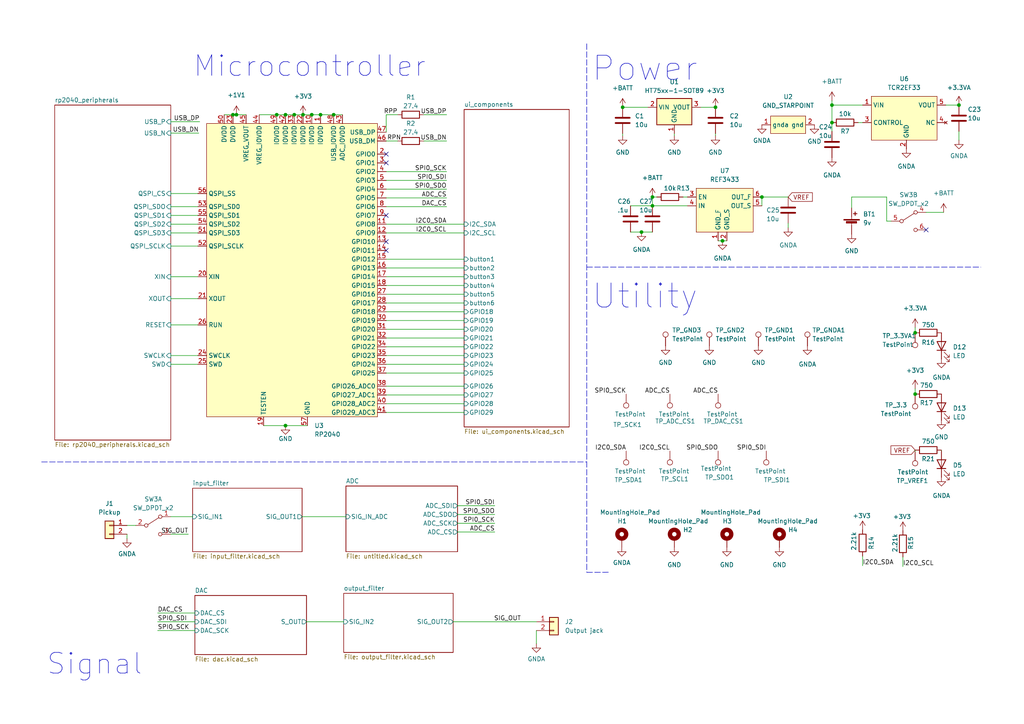
<source format=kicad_sch>
(kicad_sch (version 20211123) (generator eeschema)
  (paper "A4")
  (title_block (title "F.R.E.T. Board") (date "2023-09-27") (rev "1.00") (company "Jim Horwitz, Julia Brubach, Peter Buglewicz"))
  (lib_symbols
    (symbol "Connector:TestPoint" (pin_numbers hide) (pin_names (offset 0.762) hide)
      (property "Reference" "TP" (at 0 6.858 0))
      (property "Value" "TestPoint" (at 0 5.08 0))
      (symbol "TestPoint_0_1"
        (circle (center 0 3.302) (radius 0.762))
      )
      (symbol "TestPoint_1_1"
        (pin passive line (at 0 0 90) (length 2.54) (name "1") (number "1"))
      )
    )
    (symbol "Connector_Generic:Conn_01x02" (pin_names (offset 1.016) hide)
      (property "Reference" "J" (at 0 2.54 0))
      (property "Value" "Conn_01x02" (at 0 -5.08 0))
      (symbol "Conn_01x02_1_1"
        (rectangle (start -1.27 -2.413) (end 0 -2.667) (stroke (width 0.1524)))
        (rectangle (start -1.27 0.127) (end 0 -0.127) (stroke (width 0.1524)))
        (rectangle (start -1.27 1.27) (end 1.27 -3.81) (stroke (width 0.254)) (fill (type background)))
        (pin passive line (at -5.08 0 0) (length 3.81) (name "Pin_1") (number "1"))
        (pin passive line (at -5.08 -2.54 0) (length 3.81) (name "Pin_2") (number "2"))
      )
    )
    (symbol "Device:Battery_Cell" (pin_numbers hide) (pin_names (offset 0) hide)
      (property "Reference" "BT" (at 2.54 2.54 0))
      (property "Value" "Battery_Cell" (at 2.54 0 0))
      (symbol "Battery_Cell_0_1"
        (rectangle (start -2.286 1.778) (end 2.286 1.524) (fill (type outline)))
        (rectangle (start -1.5748 1.1938) (end 1.4732 0.6858) (fill (type outline)))
        (polyline (pts (xy 0 0.762) (xy 0 0)))
        (polyline (pts (xy 0 1.778) (xy 0 2.54)))
        (polyline (pts (xy 0.508 3.429) (xy 1.524 3.429)) (stroke (width 0.254)))
        (polyline (pts (xy 1.016 3.937) (xy 1.016 2.921)) (stroke (width 0.254)))
      )
      (symbol "Battery_Cell_1_1"
        (pin passive line (at 0 5.08 270) (length 2.54) (name "+") (number "1"))
        (pin passive line (at 0 -2.54 90) (length 2.54) (name "-") (number "2"))
      )
    )
    (symbol "Device:C" (pin_numbers hide) (pin_names (offset 0.254))
      (property "Reference" "C" (at 0.635 2.54 0))
      (property "Value" "C" (at 0.635 -2.54 0))
      (symbol "C_0_1"
        (polyline (pts (xy -2.032 -0.762) (xy 2.032 -0.762)) (stroke (width 0.508)))
        (polyline (pts (xy -2.032 0.762) (xy 2.032 0.762)) (stroke (width 0.508)))
      )
      (symbol "C_1_1"
        (pin passive line (at 0 3.81 270) (length 2.794) (name "~") (number "1"))
        (pin passive line (at 0 -3.81 90) (length 2.794) (name "~") (number "2"))
      )
    )
    (symbol "Device:LED" (pin_numbers hide) (pin_names (offset 1.016) hide)
      (property "Reference" "D" (at 0 2.54 0))
      (property "Value" "LED" (at 0 -2.54 0))
      (symbol "LED_0_1"
        (polyline (pts (xy -1.27 -1.27) (xy -1.27 1.27)) (stroke (width 0.254)))
        (polyline (pts (xy -1.27 0) (xy 1.27 0)))
        (polyline (pts (xy 1.27 -1.27) (xy 1.27 1.27) (xy -1.27 0) (xy 1.27 -1.27)) (stroke (width 0.254)))
        (polyline (pts (xy -3.048 -0.762) (xy -4.572 -2.286) (xy -3.81 -2.286) (xy -4.572 -2.286) (xy -4.572 -1.524)))
        (polyline (pts (xy -1.778 -0.762) (xy -3.302 -2.286) (xy -2.54 -2.286) (xy -3.302 -2.286) (xy -3.302 -1.524)))
      )
      (symbol "LED_1_1"
        (pin passive line (at -3.81 0 0) (length 2.54) (name "K") (number "1"))
        (pin passive line (at 3.81 0 180) (length 2.54) (name "A") (number "2"))
      )
    )
    (symbol "Device:R" (pin_numbers hide) (pin_names (offset 0))
      (property "Reference" "R" (at 2.032 0 90))
      (property "Value" "R" (at 0 0 90))
      (symbol "R_0_1"
        (rectangle (start -1.016 -2.54) (end 1.016 2.54) (stroke (width 0.254)))
      )
      (symbol "R_1_1"
        (pin passive line (at 0 3.81 270) (length 1.27) (name "~") (number "1"))
        (pin passive line (at 0 -3.81 90) (length 1.27) (name "~") (number "2"))
      )
    )
    (symbol "JFHAnalog:GND_STARPOINT"
      (property "Reference" "U" (at 0 1.27 0))
      (property "Value" "GND_STARPOINT" (at 0 0 0))
      (symbol "GND_STARPOINT_0_0"
        (pin power_in line (at -7.62 -3.81 0) (length 2.54) (name "gnda") (number "1"))
        (pin power_in line (at 7.62 -3.81 180) (length 2.54) (name "gnd") (number "2"))
      )
      (symbol "GND_STARPOINT_0_1"
        (rectangle (start -5.08 -1.27) (end 5.08 -6.35) (fill (type background)))
        (rectangle (start 2.54 -3.81) (end 2.54 -3.81))
      )
    )
    (symbol "JFHPower:TCR2EF33"
      (property "Reference" "U" (at -8.89 6.35 0))
      (property "Value" "TCR2EF33" (at -1.27 6.35 0))
      (symbol "TCR2EF33_0_0"
        (pin power_in line (at -12.7 2.54 0) (length 2.54) (name "VIN") (number "1"))
        (pin power_in line (at 0 -10.16 90) (length 2.54) (name "GND") (number "2"))
        (pin input line (at -12.7 -2.54 0) (length 2.54) (name "CONTROL") (number "3"))
        (pin no_connect line (at 11.43 -2.54 180) (length 2.54) (name "NC") (number "4"))
        (pin power_out line (at 11.43 2.54 180) (length 2.54) (name "VOUT") (number "5"))
      )
      (symbol "TCR2EF33_0_1"
        (rectangle (start -10.16 5.08) (end 8.89 -7.62) (fill (type background)))
      )
    )
    (symbol "JFHReferenceVoltage:REF3433"
      (property "Reference" "U" (at -7.62 1.27 0))
      (property "Value" "REF3433" (at 5.08 1.27 0))
      (symbol "REF3433_0_0"
        (pin power_in line (at -1.27 -15.24 90) (length 2.54) (name "GND_F") (number "1"))
        (pin power_in line (at 1.27 -15.24 90) (length 2.54) (name "GND_S") (number "2"))
        (pin input line (at -10.16 -2.54 0) (length 2.54) (name "EN") (number "3"))
        (pin power_in line (at -10.16 -5.08 0) (length 2.54) (name "IN") (number "4"))
        (pin power_out line (at 11.43 -5.08 180) (length 2.54) (name "OUT_S") (number "5"))
        (pin power_out line (at 11.43 -2.54 180) (length 2.54) (name "OUT_F") (number "6"))
      )
      (symbol "REF3433_0_1"
        (rectangle (start -7.62 0) (end 8.89 -12.7) (fill (type background)))
      )
    )
    (symbol "Mechanical:MountingHole_Pad" (pin_numbers hide) (pin_names (offset 1.016) hide)
      (property "Reference" "H" (at 0 6.35 0))
      (property "Value" "MountingHole_Pad" (at 0 4.445 0))
      (symbol "MountingHole_Pad_0_1"
        (circle (center 0 1.27) (radius 1.27) (stroke (width 1.27)))
      )
      (symbol "MountingHole_Pad_1_1"
        (pin input line (at 0 -2.54 90) (length 2.54) (name "1") (number "1"))
      )
    )
    (symbol "Raspberry Pi:RP2040"
      (property "Reference" "U" (at -24.13 45.72 0))
      (property "Value" "RP2040" (at 21.59 -41.91 0))
      (symbol "RP2040_0_1"
        (rectangle (start 25.4 44.45) (end -24.13 -40.64) (fill (type background)))
      )
      (symbol "RP2040_1_1"
        (pin power_in line (at 8.89 46.99 270) (length 2.54) (name "IOVDD") (number "1"))
        (pin power_in line (at 6.35 46.99 270) (length 2.54) (name "IOVDD") (number "10"))
        (pin bidirectional line (at 27.94 15.24 180) (length 2.54) (name "GPIO8") (number "11"))
        (pin bidirectional line (at 27.94 12.7 180) (length 2.54) (name "GPIO9") (number "12"))
        (pin bidirectional line (at 27.94 10.16 180) (length 2.54) (name "GPIO10") (number "13"))
        (pin bidirectional line (at 27.94 7.62 180) (length 2.54) (name "GPIO11") (number "14"))
        (pin bidirectional line (at 27.94 5.08 180) (length 2.54) (name "GPIO12") (number "15"))
        (pin bidirectional line (at 27.94 2.54 180) (length 2.54) (name "GPIO13") (number "16"))
        (pin bidirectional line (at 27.94 0 180) (length 2.54) (name "GPIO14") (number "17"))
        (pin bidirectional line (at 27.94 -2.54 180) (length 2.54) (name "GPIO15") (number "18"))
        (pin input line (at -7.62 -43.18 90) (length 2.54) (name "TESTEN") (number "19"))
        (pin bidirectional line (at 27.94 35.56 180) (length 2.54) (name "GPIO0") (number "2"))
        (pin input line (at -26.67 0 0) (length 2.54) (name "XIN") (number "20"))
        (pin input line (at -26.67 -6.35 0) (length 2.54) (name "XOUT") (number "21"))
        (pin power_in line (at 3.81 46.99 270) (length 2.54) (name "IOVDD") (number "22"))
        (pin power_in line (at -16.51 46.99 270) (length 2.54) (name "DVDD") (number "23"))
        (pin input line (at -26.67 -22.86 0) (length 2.54) (name "SWCLK") (number "24"))
        (pin input line (at -26.67 -25.4 0) (length 2.54) (name "SWD") (number "25"))
        (pin input line (at -26.67 -13.97 0) (length 2.54) (name "RUN") (number "26"))
        (pin bidirectional line (at 27.94 -5.08 180) (length 2.54) (name "GPIO16") (number "27"))
        (pin bidirectional line (at 27.94 -7.62 180) (length 2.54) (name "GPIO17") (number "28"))
        (pin bidirectional line (at 27.94 -10.16 180) (length 2.54) (name "GPIO18") (number "29"))
        (pin bidirectional line (at 27.94 33.02 180) (length 2.54) (name "GPIO1") (number "3"))
        (pin bidirectional line (at 27.94 -12.7 180) (length 2.54) (name "GPIO19") (number "30"))
        (pin bidirectional line (at 27.94 -15.24 180) (length 2.54) (name "GPIO20") (number "31"))
        (pin bidirectional line (at 27.94 -17.78 180) (length 2.54) (name "GPIO21") (number "32"))
        (pin power_in line (at 1.27 46.99 270) (length 2.54) (name "IOVDD") (number "33"))
        (pin bidirectional line (at 27.94 -20.32 180) (length 2.54) (name "GPIO22") (number "34"))
        (pin bidirectional line (at 27.94 -22.86 180) (length 2.54) (name "GPIO23") (number "35"))
        (pin bidirectional line (at 27.94 -25.4 180) (length 2.54) (name "GPIO24") (number "36"))
        (pin bidirectional line (at 27.94 -27.94 180) (length 2.54) (name "GPIO25") (number "37"))
        (pin bidirectional line (at 27.94 -31.75 180) (length 2.54) (name "GPIO26_ADC0") (number "38"))
        (pin bidirectional line (at 27.94 -34.29 180) (length 2.54) (name "GPIO27_ADC1") (number "39"))
        (pin bidirectional line (at 27.94 30.48 180) (length 2.54) (name "GPIO2") (number "4"))
        (pin bidirectional line (at 27.94 -36.83 180) (length 2.54) (name "GPIO28_ADC2") (number "40"))
        (pin bidirectional line (at 27.94 -39.37 180) (length 2.54) (name "GPIO29_ADC3") (number "41"))
        (pin power_in line (at -1.27 46.99 270) (length 2.54) (name "IOVDD") (number "42"))
        (pin power_in line (at 15.24 46.99 270) (length 2.54) (name "ADC_IOVDD") (number "43"))
        (pin power_in line (at -8.89 46.99 270) (length 2.54) (name "VREG_IOVDD") (number "44"))
        (pin power_out line (at -12.7 46.99 270) (length 2.54) (name "VREG_VOUT") (number "45"))
        (pin input line (at 27.94 39.37 180) (length 2.54) (name "USB_DM") (number "46"))
        (pin input line (at 27.94 41.91 180) (length 2.54) (name "USB_DP") (number "47"))
        (pin power_in line (at 12.7 46.99 270) (length 2.54) (name "USB_IOVDD") (number "48"))
        (pin power_in line (at -3.81 46.99 270) (length 2.54) (name "IOVDD") (number "49"))
        (pin bidirectional line (at 27.94 27.94 180) (length 2.54) (name "GPIO3") (number "5"))
        (pin power_in line (at -19.05 46.99 270) (length 2.54) (name "DVDD") (number "50"))
        (pin bidirectional line (at -26.67 12.7 0) (length 2.54) (name "QSPI_SD3") (number "51"))
        (pin bidirectional line (at -26.67 8.89 0) (length 2.54) (name "QSPI_SCLK") (number "52"))
        (pin bidirectional line (at -26.67 20.32 0) (length 2.54) (name "QSPI_SD0") (number "53"))
        (pin bidirectional line (at -26.67 15.24 0) (length 2.54) (name "QSPI_SD2") (number "54"))
        (pin bidirectional line (at -26.67 17.78 0) (length 2.54) (name "QSPI_SD1") (number "55"))
        (pin bidirectional line (at -26.67 24.13 0) (length 2.54) (name "QSPI_SS") (number "56"))
        (pin power_in line (at 5.08 -43.18 90) (length 2.54) (name "GND") (number "57"))
        (pin bidirectional line (at 27.94 25.4 180) (length 2.54) (name "GPIO4") (number "6"))
        (pin bidirectional line (at 27.94 22.86 180) (length 2.54) (name "GPIO5") (number "7"))
        (pin bidirectional line (at 27.94 20.32 180) (length 2.54) (name "GPIO6") (number "8"))
        (pin bidirectional line (at 27.94 17.78 180) (length 2.54) (name "GPIO7") (number "9"))
      )
    )
    (symbol "Regulator_Linear:HT75xx-1-SOT89"
      (property "Reference" "U" (at -5.08 -3.81 0))
      (property "Value" "HT75xx-1-SOT89" (at 0 6.35 0))
      (symbol "HT75xx-1-SOT89_0_1"
        (rectangle (start -5.08 5.08) (end 5.08 -2.54) (stroke (width 0.254)) (fill (type background)))
      )
      (symbol "HT75xx-1-SOT89_1_1"
        (pin power_in line (at 0 -5.08 90) (length 2.54) (name "GND") (number "1"))
        (pin power_in line (at -7.62 2.54 0) (length 2.54) (name "VIN") (number "2"))
        (pin power_out line (at 7.62 2.54 180) (length 2.54) (name "VOUT") (number "3"))
      )
    )
    (symbol "Switch:SW_DPDT_x2" (pin_names (offset 0) hide)
      (property "Reference" "SW" (at 0 4.318 0))
      (property "Value" "SW_DPDT_x2" (at 0 -5.08 0))
      (symbol "SW_DPDT_x2_0_0"
        (circle (center -2.032 0) (radius 0.508))
        (circle (center 2.032 -2.54) (radius 0.508))
      )
      (symbol "SW_DPDT_x2_0_1"
        (polyline (pts (xy -1.524 0.254) (xy 1.651 2.286)))
        (circle (center 2.032 2.54) (radius 0.508))
      )
      (symbol "SW_DPDT_x2_1_1"
        (pin passive line (at 5.08 2.54 180) (length 2.54) (name "A") (number "1"))
        (pin passive line (at -5.08 0 0) (length 2.54) (name "B") (number "2"))
        (pin passive line (at 5.08 -2.54 180) (length 2.54) (name "C") (number "3"))
      )
      (symbol "SW_DPDT_x2_2_1"
        (pin passive line (at 5.08 2.54 180) (length 2.54) (name "A") (number "4"))
        (pin passive line (at -5.08 0 0) (length 2.54) (name "B") (number "5"))
        (pin passive line (at 5.08 -2.54 180) (length 2.54) (name "C") (number "6"))
      )
    )
    (symbol "power:+1V1" (power) (pin_names (offset 0))
      (property "Value" "+1V1" (at 0 3.556 0))
      (symbol "+1V1_0_1"
        (polyline (pts (xy -0.762 1.27) (xy 0 2.54)))
        (polyline (pts (xy 0 0) (xy 0 2.54)))
        (polyline (pts (xy 0 2.54) (xy 0.762 1.27)))
      )
      (symbol "+1V1_1_1"
        (pin power_in line (at 0 0 90) (length 0) hide (name "+1V1") (number "1"))
      )
    )
    (symbol "power:+3.3VA" (power) (pin_names (offset 0))
      (property "Value" "+3.3VA" (at 0 3.556 0))
      (symbol "+3.3VA_0_1"
        (polyline (pts (xy -0.762 1.27) (xy 0 2.54)))
        (polyline (pts (xy 0 0) (xy 0 2.54)))
        (polyline (pts (xy 0 2.54) (xy 0.762 1.27)))
      )
      (symbol "+3.3VA_1_1"
        (pin power_in line (at 0 0 90) (length 0) hide (name "+3.3VA") (number "1"))
      )
    )
    (symbol "power:+3V3" (power) (pin_names (offset 0))
      (property "Value" "+3V3" (at 0 3.556 0))
      (symbol "+3V3_0_1"
        (polyline (pts (xy -0.762 1.27) (xy 0 2.54)))
        (polyline (pts (xy 0 0) (xy 0 2.54)))
        (polyline (pts (xy 0 2.54) (xy 0.762 1.27)))
      )
      (symbol "+3V3_1_1"
        (pin power_in line (at 0 0 90) (length 0) hide (name "+3V3") (number "1"))
      )
    )
    (symbol "power:+BATT" (power) (pin_names (offset 0))
      (property "Value" "+BATT" (at 0 3.556 0))
      (symbol "+BATT_0_1"
        (polyline (pts (xy -0.762 1.27) (xy 0 2.54)))
        (polyline (pts (xy 0 0) (xy 0 2.54)))
        (polyline (pts (xy 0 2.54) (xy 0.762 1.27)))
      )
      (symbol "+BATT_1_1"
        (pin power_in line (at 0 0 90) (length 0) hide (name "+BATT") (number "1"))
      )
    )
    (symbol "power:GND" (power) (pin_names (offset 0))
      (property "Value" "GND" (at 0 -3.81 0))
      (symbol "GND_0_1"
        (polyline (pts (xy 0 0) (xy 0 -1.27) (xy 1.27 -1.27) (xy 0 -2.54) (xy -1.27 -1.27) (xy 0 -1.27)))
      )
      (symbol "GND_1_1"
        (pin power_in line (at 0 0 270) (length 0) hide (name "GND") (number "1"))
      )
    )
    (symbol "power:GNDA" (power) (pin_names (offset 0))
      (property "Value" "GNDA" (at 0 -3.81 0))
      (symbol "GNDA_0_1"
        (polyline (pts (xy 0 0) (xy 0 -1.27) (xy 1.27 -1.27) (xy 0 -2.54) (xy -1.27 -1.27) (xy 0 -1.27)))
      )
      (symbol "GNDA_1_1"
        (pin power_in line (at 0 0 270) (length 0) hide (name "GNDA") (number "1"))
      )
    )
  )
  (junction (at 265.43 114.3))
  (junction (at 186.055 67.31))
  (junction (at 82.804 33.274))
  (junction (at 265.43 96.52))
  (junction (at 85.344 33.274))
  (junction (at 67.564 33.274))
  (junction (at 207.518 31.115))
  (junction (at 278.13 30.48))
  (junction (at 82.804 123.444))
  (junction (at 90.424 33.274))
  (junction (at 220.98 57.15))
  (junction (at 92.964 33.274))
  (junction (at 87.884 33.274))
  (junction (at 209.55 69.85))
  (junction (at 241.3 30.48))
  (junction (at 80.264 33.274))
  (junction (at 68.58 33.274))
  (junction (at 241.3 35.56))
  (junction (at 96.774 33.274))
  (junction (at 180.594 31.115))
  (junction (at 189.23 57.15))
  (junction (at 189.23 59.69))
  (no_connect (at 112.014 70.104))
  (no_connect (at 112.014 44.704))
  (no_connect (at 112.014 72.644))
  (no_connect (at 112.014 47.244))
  (no_connect (at 112.014 62.484))
  (no_connect (at 268.605 66.675))
  (wire (pts (xy 65.024 33.274) (xy 67.564 33.274)))
  (wire (pts (xy 112.014 112.014) (xy 134.62 112.014)))
  (wire (pts (xy 257.175 57.15) (xy 247.015 57.15)))
  (wire (pts (xy 265.43 114.554) (xy 265.43 114.3)))
  (wire (pts (xy 131.445 180.34) (xy 155.575 180.34)))
  (wire (pts (xy 49.53 59.944) (xy 57.404 59.944)))
  (wire (pts (xy 261.874 164.338) (xy 261.874 161.544)))
  (wire (pts (xy 132.715 149.225) (xy 143.51 149.225)))
  (wire (pts (xy 112.014 103.124) (xy 134.62 103.124)))
  (wire (pts (xy 112.014 80.264) (xy 134.62 80.264)))
  (wire (pts (xy 49.53 80.264) (xy 57.404 80.264)))
  (wire (pts (xy 56.515 180.34) (xy 45.72 180.34)))
  (wire (pts (xy 82.804 33.274) (xy 85.344 33.274)))
  (wire (pts (xy 92.964 33.274) (xy 96.774 33.274)))
  (wire (pts (xy 112.014 77.724) (xy 134.62 77.724)))
  (wire (pts (xy 207.518 39.37) (xy 207.518 38.735)))
  (wire (pts (xy 132.715 146.685) (xy 143.51 146.685)))
  (wire (pts (xy 49.53 103.124) (xy 57.404 103.124)))
  (wire (pts (xy 132.715 151.765) (xy 143.51 151.765)))
  (wire (pts (xy 209.55 69.85) (xy 210.82 69.85)))
  (wire (pts (xy 112.014 57.404) (xy 129.54 57.404)))
  (wire (pts (xy 189.23 59.69) (xy 189.23 57.15)))
  (wire (pts (xy 248.92 35.56) (xy 250.19 35.56)))
  (wire (pts (xy 49.53 149.86) (xy 55.88 149.86)))
  (wire (pts (xy 67.564 33.274) (xy 68.58 33.274)))
  (wire (pts (xy 112.014 85.344) (xy 134.62 85.344)))
  (wire (pts (xy 112.014 95.504) (xy 134.62 95.504)))
  (wire (pts (xy 203.2 31.115) (xy 207.518 31.115)))
  (wire (pts (xy 112.014 87.884) (xy 134.62 87.884)))
  (wire (pts (xy 76.454 123.444) (xy 82.804 123.444)))
  (polyline (pts (xy 170.1877 166.0034) (xy 176.9736 165.9701)))
  (wire (pts (xy 112.014 108.204) (xy 134.62 108.204)))
  (wire (pts (xy 265.43 114.3) (xy 265.43 112.776)))
  (wire (pts (xy 112.014 117.094) (xy 134.62 117.094)))
  (wire (pts (xy 273.05 130.556) (xy 273.05 130.81)))
  (wire (pts (xy 257.175 64.135) (xy 258.445 64.135)))
  (wire (pts (xy 112.014 92.964) (xy 134.62 92.964)))
  (wire (pts (xy 87.884 33.274) (xy 90.424 33.274)))
  (wire (pts (xy 82.804 123.444) (xy 89.154 123.444)))
  (wire (pts (xy 220.98 57.15) (xy 220.98 59.69)))
  (wire (pts (xy 112.014 105.664) (xy 134.62 105.664)))
  (wire (pts (xy 278.13 30.48) (xy 274.32 30.48)))
  (wire (pts (xy 220.98 57.15) (xy 228.6 57.15)))
  (wire (pts (xy 36.83 152.4) (xy 39.37 152.4)))
  (wire (pts (xy 187.96 31.115) (xy 180.594 31.115)))
  (wire (pts (xy 241.3 35.56) (xy 241.3 38.1)))
  (polyline (pts (xy 12.065 133.985) (xy 170.18 133.985)))
  (wire (pts (xy 49.53 65.024) (xy 57.404 65.024)))
  (wire (pts (xy 85.344 33.274) (xy 87.884 33.274)))
  (wire (pts (xy 49.53 105.664) (xy 57.404 105.664)))
  (wire (pts (xy 112.014 114.554) (xy 134.62 114.554)))
  (wire (pts (xy 88.9 180.34) (xy 99.695 180.34)))
  (wire (pts (xy 112.014 54.864) (xy 129.54 54.864)))
  (wire (pts (xy 257.175 57.15) (xy 257.175 64.135)))
  (wire (pts (xy 228.6 64.77) (xy 228.6 66.04)))
  (wire (pts (xy 199.39 59.69) (xy 189.23 59.69)))
  (wire (pts (xy 112.014 82.804) (xy 134.62 82.804)))
  (wire (pts (xy 180.594 39.37) (xy 180.594 38.735)))
  (wire (pts (xy 186.055 67.31) (xy 189.23 67.31)))
  (wire (pts (xy 241.3 35.56) (xy 241.3 30.48)))
  (wire (pts (xy 122.936 40.894) (xy 129.54 40.894)))
  (wire (pts (xy 90.424 33.274) (xy 92.964 33.274)))
  (wire (pts (xy 49.53 67.564) (xy 57.404 67.564)))
  (polyline (pts (xy 170.18 77.47) (xy 284.48 77.47)))
  (wire (pts (xy 112.014 52.324) (xy 129.54 52.324)))
  (wire (pts (xy 112.014 38.354) (xy 112.014 33.274)))
  (wire (pts (xy 36.83 156.21) (xy 36.83 154.94)))
  (wire (pts (xy 49.53 35.306) (xy 57.912 35.306)))
  (wire (pts (xy 112.014 119.634) (xy 134.62 119.634)))
  (wire (pts (xy 56.515 182.88) (xy 45.72 182.88)))
  (wire (pts (xy 112.014 40.894) (xy 115.316 40.894)))
  (wire (pts (xy 122.936 33.274) (xy 129.54 33.274)))
  (wire (pts (xy 112.014 75.184) (xy 134.62 75.184)))
  (wire (pts (xy 49.53 38.608) (xy 57.658 38.608)))
  (wire (pts (xy 278.13 38.1) (xy 278.13 40.64)))
  (wire (pts (xy 112.014 59.944) (xy 129.54 59.944)))
  (wire (pts (xy 265.43 96.52) (xy 265.43 94.996)))
  (wire (pts (xy 250.19 30.48) (xy 241.3 30.48)))
  (wire (pts (xy 198.12 57.15) (xy 199.39 57.15)))
  (wire (pts (xy 112.014 67.564) (xy 134.62 67.564)))
  (wire (pts (xy 112.014 65.024) (xy 134.62 65.024)))
  (polyline (pts (xy 170.18 12.7) (xy 170.1877 166.0034)))
  (wire (pts (xy 68.58 33.274) (xy 71.374 33.274)))
  (wire (pts (xy 49.53 154.94) (xy 54.61 154.94)))
  (wire (pts (xy 75.184 33.274) (xy 80.264 33.274)))
  (wire (pts (xy 112.014 33.274) (xy 115.316 33.274)))
  (wire (pts (xy 56.515 177.8) (xy 45.72 177.8)))
  (wire (pts (xy 112.014 98.044) (xy 134.62 98.044)))
  (wire (pts (xy 182.88 67.31) (xy 186.055 67.31)))
  (wire (pts (xy 112.014 90.424) (xy 134.62 90.424)))
  (wire (pts (xy 49.53 86.614) (xy 57.404 86.614)))
  (wire (pts (xy 241.3 30.48) (xy 241.3 29.21)))
  (wire (pts (xy 155.575 186.69) (xy 155.575 182.88)))
  (wire (pts (xy 87.63 149.86) (xy 100.33 149.86)))
  (wire (pts (xy 112.014 100.584) (xy 134.62 100.584)))
  (wire (pts (xy 195.58 39.37) (xy 195.58 38.735)))
  (wire (pts (xy 112.014 49.784) (xy 129.54 49.784)))
  (wire (pts (xy 265.43 130.556) (xy 265.43 131.064)))
  (wire (pts (xy 182.88 59.69) (xy 189.23 59.69)))
  (wire (pts (xy 247.015 57.15) (xy 247.015 60.325)))
  (wire (pts (xy 250.19 164.084) (xy 250.19 161.29)))
  (wire (pts (xy 208.28 69.85) (xy 209.55 69.85)))
  (wire (pts (xy 49.53 62.484) (xy 57.404 62.484)))
  (wire (pts (xy 49.53 94.234) (xy 57.404 94.234)))
  (wire (pts (xy 49.53 71.374) (xy 57.404 71.374)))
  (wire (pts (xy 132.715 154.305) (xy 143.51 154.305)))
  (wire (pts (xy 80.264 33.274) (xy 82.804 33.274)))
  (wire (pts (xy 189.23 57.15) (xy 190.5 57.15)))
  (wire (pts (xy 49.53 56.134) (xy 57.404 56.134)))
  (wire (pts (xy 268.605 61.595) (xy 273.685 61.595)))
  (wire (pts (xy 96.774 33.274) (xy 99.314 33.274)))
  (wire (pts (xy 265.43 96.774) (xy 265.43 96.52)))
  (text "Microcontroller\n" (at 55.88 22.86 0) (effects (font (size 6 6)) (justify left bottom)))
  (text "Signal" (at 13.335 196.215 0) (effects (font (size 6 6)) (justify left bottom)))
  (text "Power\n" (at 171.45 24.13 0) (effects (font (size 7 7)) (justify left bottom)))
  (text "Utility" (at 171.45 90.17 0) (effects (font (size 7 7)) (justify left bottom)))
  (label "SPI0_SDI" (at 45.72 180.34 0))
  (label "SPI0_SDO" (at 208.28 130.81 180))
  (label "USB_DN" (at 129.54 40.894 180))
  (label "I2C0_SDA" (at 250.19 164.084 0))
  (label "USB_DN" (at 57.658 38.608 180))
  (label "I2C0_SDA" (at 181.61 130.81 180))
  (label "USB_DP" (at 57.912 35.306 180))
  (label "ADC_CS" (at 129.54 57.404 180))
  (label "SPI0_SDI" (at 129.54 52.324 180))
  (label "SPI0_SCK" (at 129.54 49.784 180))
  (label "SPI0_SDO" (at 129.54 54.864 180))
  (label "RPN" (at 112.268 40.894 0))
  (label "SPI0_SCK" (at 45.72 182.88 0))
  (label "SIG_OUT" (at 54.61 154.94 180))
  (label "I2C0_SCL" (at 194.31 130.81 180))
  (label "USB_DP" (at 129.54 33.274 180))
  (label "I2C0_SDA" (at 129.54 65.024 180))
  (label "I2C0_SCL" (at 129.54 67.564 180))
  (label "RPP" (at 115.316 33.274 180))
  (label "ADC_CS" (at 194.31 114.3 180))
  (label "SPI0_SDI" (at 143.51 146.685 180))
  (label "ADC_CS" (at 143.51 154.305 180))
  (label "SPI0_SDI" (at 222.25 130.81 180))
  (label "I2C0_SCL" (at 261.874 164.338 0))
  (label "DAC_CS" (at 129.54 59.944 180))
  (label "DAC_CS" (at 45.72 177.8 0))
  (label "ADC_CS" (at 208.28 114.3 180))
  (label "SPI0_SDO" (at 143.51 149.225 180))
  (label "SPI0_SCK" (at 143.51 151.765 180))
  (label "SPI0_SCK" (at 181.61 114.3 180))
  (label "SIG_OUT" (at 151.13 180.34 180))
  (global_label "VREF" (shape input) (at 265.43 130.556 180) (property "Intersheet References" "${INTERSHEET_REFS}" (effects hide)))
  (global_label "VREF" (shape input) (at 228.6 57.15 0) (property "Intersheet References" "${INTERSHEET_REFS}" (effects hide)))
  (symbol (lib_id "Mechanical:MountingHole_Pad") (at 195.58 156.21 0) (unit 1)
    (property "Reference" "H2" (at 198.12 153.67 0) (effects (justify left)))
    (property "Value" "MountingHole_Pad" (at 187.96 151.13 0) (effects (justify left)))
    (property "Footprint" "MountingHole:MountingHole_2.2mm_M2_Pad" (effects hide))
  )
  (symbol (lib_id "power:+3V3") (at 265.43 112.776 0) (unit 1)
    (property "Reference" "#PWR0123" (effects hide))
    (property "Value" "+3V3" (at 265.43 107.442 0))
  )
  (symbol (lib_id "power:+1V1") (at 68.58 33.274 0) (unit 1)
    (property "Reference" "#PWR0102" (effects hide))
    (property "Value" "+1V1" (at 68.58 27.559 0))
  )
  (symbol (lib_id "power:+BATT") (at 180.594 31.115 0) (unit 1)
    (property "Reference" "#PWR0134" (effects hide))
    (property "Value" "+BATT" (at 180.594 25.527 0))
  )
  (symbol (lib_id "Mechanical:MountingHole_Pad") (at 210.82 156.21 0) (unit 1)
    (property "Reference" "H3" (at 209.55 151.13 0) (effects (justify left)))
    (property "Value" "MountingHole_Pad" (at 203.2 148.59 0) (effects (justify left)))
    (property "Footprint" "MountingHole:MountingHole_2.2mm_M2_Pad" (effects hide))
  )
  (symbol (lib_id "JFHPower:TCR2EF33") (at 262.89 33.02 0) (unit 1)
    (property "Reference" "U6" (at 262.255 22.86 0))
    (property "Value" "TCR2EF33" (at 262.255 25.4 0))
    (property "Footprint" "Package_TO_SOT_SMD:SOT-23-5" (effects hide))
    (property "Datasheet" "https://jlcpcb.com/partdetail/Toshiba-TCR2EF33_LMCT/C843273" (effects hide))
    (property "LCSC Part Number" "C843273" (effects hide))
  )
  (symbol (lib_id "power:+BATT") (at 273.685 61.595 0) (unit 1)
    (property "Reference" "#PWR0133" (effects hide))
    (property "Value" "+BATT" (at 273.685 56.007 0))
  )
  (symbol (lib_id "Device:C") (at 180.594 34.925 0) (unit 1)
    (property "Reference" "C1" (at 184.15 33.6549 0) (effects (justify left)))
    (property "Value" "10u" (at 184.15 36.1949 0) (effects (justify left)))
    (property "Footprint" "Capacitor_SMD:C_0603_1608Metric" (effects hide))
  )
  (symbol (lib_id "Connector:TestPoint") (at 265.43 131.064 180) (unit 1)
    (property "Reference" "TP_VREF1" (at 269.24 139.446 0) (effects (justify left)))
    (property "Value" "TestPoint" (at 269.24 136.906 0) (effects (justify left)))
    (property "Footprint" "TestPoint:TestPoint_Pad_D2.0mm" (effects hide))
  )
  (symbol (lib_id "power:GNDA") (at 273.05 138.43 0) (unit 1)
    (property "Reference" "#PWR0175" (effects hide))
    (property "Value" "GNDA" (at 273.05 143.764 0))
  )
  (symbol (lib_id "Connector:TestPoint") (at 181.61 114.3 180) (unit 1)
    (property "Reference" "TP_SCK1" (at 177.8 123.19 0) (effects (justify right)))
    (property "Value" "TestPoint" (at 178.308 120.142 0) (effects (justify right)))
    (property "Footprint" "TestPoint:TestPoint_Pad_D2.0mm" (effects hide))
  )
  (symbol (lib_id "power:GND") (at 210.82 158.75 0) (unit 1)
    (property "Reference" "#PWR0117" (effects hide))
    (property "Value" "GND" (at 210.82 163.83 0))
  )
  (symbol (lib_id "power:GNDA") (at 155.575 186.69 0) (unit 1)
    (property "Reference" "#PWR0156" (effects hide))
    (property "Value" "GNDA" (at 155.575 191.135 0))
  )
  (symbol (lib_id "power:GNDA") (at 36.83 156.21 0) (unit 1)
    (property "Reference" "#PWR0166" (effects hide))
    (property "Value" "GNDA" (at 36.83 160.655 0))
  )
  (symbol (lib_id "power:GNDA") (at 278.13 40.64 0) (unit 1)
    (property "Reference" "#PWR0112" (effects hide))
    (property "Value" "GNDA" (at 278.13 45.212 0))
  )
  (symbol (lib_id "power:GNDA") (at 209.55 69.85 0) (unit 1)
    (property "Reference" "#PWR0178" (effects hide))
    (property "Value" "GNDA" (at 209.55 74.93 0))
  )
  (symbol (lib_id "Device:R") (at 245.11 35.56 90) (unit 1)
    (property "Reference" "R7" (at 245.11 38.1 90))
    (property "Value" "10k" (at 245.11 33.02 90))
    (property "Footprint" "Resistor_SMD:R_0603_1608Metric" (effects hide))
  )
  (symbol (lib_id "power:GND") (at 207.518 39.37 0) (unit 1)
    (property "Reference" "#PWR0135" (effects hide))
    (property "Value" "GND" (at 207.518 44.196 0))
  )
  (symbol (lib_id "Device:R") (at 269.24 96.52 90) (unit 1)
    (property "Reference" "R16" (at 269.24 99.314 90))
    (property "Value" "750" (at 269.24 94.234 90))
    (property "Footprint" "Resistor_SMD:R_0603_1608Metric" (effects hide))
  )
  (symbol (lib_id "Switch:SW_DPDT_x2") (at 44.45 152.4 0) (unit 1)
    (property "Reference" "SW3" (at 44.45 144.78 0))
    (property "Value" "SW_DPDT_x2" (at 44.45 147.32 0))
    (property "Footprint" "Button_Switch_THT:SW_CuK_JS202011CQN_DPDT_Straight" (effects hide))
  )
  (symbol (lib_id "power:GNDA") (at 228.6 66.04 0) (unit 1)
    (property "Reference" "#PWR0170" (effects hide))
    (property "Value" "GNDA" (at 228.6 71.12 0))
  )
  (symbol (lib_id "Device:LED") (at 273.05 134.62 90) (unit 1)
    (property "Reference" "D5" (at 276.352 134.9374 90) (effects (justify right)))
    (property "Value" "LED" (at 276.352 137.4774 90) (effects (justify right)))
    (property "Footprint" "LED_SMD:LED_0603_1608Metric" (effects hide))
  )
  (symbol (lib_id "Device:R") (at 250.19 157.48 180) (unit 1)
    (property "Reference" "R14" (at 252.73 157.48 90))
    (property "Value" "2.21k" (at 247.65 156.972 90))
    (property "Footprint" "Resistor_SMD:R_0603_1608Metric" (effects hide))
  )
  (symbol (lib_id "power:GND") (at 195.58 158.75 0) (unit 1)
    (property "Reference" "#PWR0115" (effects hide))
    (property "Value" "GND" (at 195.58 163.83 0))
  )
  (symbol (lib_id "power:GNDA") (at 186.055 67.31 0) (unit 1)
    (property "Reference" "#PWR0172" (effects hide))
    (property "Value" "GNDA" (at 186.055 72.39 0))
  )
  (symbol (lib_id "power:GND") (at 219.964 100.33 0) (unit 1)
    (property "Reference" "#PWR0126" (effects hide))
    (property "Value" "GND" (at 219.964 105.156 0))
  )
  (symbol (lib_id "Device:C") (at 241.3 41.91 0) (unit 1)
    (property "Reference" "C24" (at 237.49 36.83 0) (effects (justify left)))
    (property "Value" "10u" (at 237.49 39.37 0) (effects (justify left)))
    (property "Footprint" "Capacitor_SMD:C_0603_1608Metric" (effects hide))
  )
  (symbol (lib_id "Connector:TestPoint") (at 194.31 114.3 180) (unit 1)
    (property "Reference" "TP_ADC_CS1" (at 189.992 122.174 0) (effects (justify right)))
    (property "Value" "TestPoint" (at 191.008 120.142 0) (effects (justify right)))
    (property "Footprint" "TestPoint:TestPoint_Pad_D2.0mm" (effects hide))
  )
  (symbol (lib_id "Device:R") (at 269.24 114.3 90) (unit 1)
    (property "Reference" "R17" (at 268.732 116.84 90))
    (property "Value" "750" (at 268.732 111.76 90))
    (property "Footprint" "Resistor_SMD:R_0603_1608Metric" (effects hide))
  )
  (symbol (lib_id "power:+3V3") (at 250.19 153.67 0) (unit 1)
    (property "Reference" "#PWR0119" (effects hide))
    (property "Value" "+3V3" (at 249.936 149.606 0))
  )
  (symbol (lib_id "power:GND") (at 195.58 39.37 0) (unit 1)
    (property "Reference" "#PWR0137" (effects hide))
    (property "Value" "GND" (at 195.58 44.196 0))
  )
  (symbol (lib_id "Device:R") (at 119.126 33.274 90) (unit 1)
    (property "Reference" "R1" (at 119.126 28.194 90))
    (property "Value" "27.4" (at 119.126 30.734 90))
    (property "Footprint" "Resistor_SMD:R_0603_1608Metric" (effects hide))
  )
  (symbol (lib_id "power:GNDA") (at 234.188 100.33 0) (unit 1)
    (property "Reference" "#PWR0114" (effects hide))
    (property "Value" "GNDA" (at 234.188 105.664 0))
  )
  (symbol (lib_id "Device:C") (at 207.518 34.925 0) (unit 1)
    (property "Reference" "C2" (at 211.582 33.6549 0) (effects (justify left)))
    (property "Value" "10u" (at 211.582 36.1949 0) (effects (justify left)))
    (property "Footprint" "Capacitor_SMD:C_0603_1608Metric" (effects hide))
  )
  (symbol (lib_id "Switch:SW_DPDT_x2") (at 263.525 64.135 0) (unit 2)
    (property "Reference" "SW3" (at 263.525 56.515 0))
    (property "Value" "SW_DPDT_x2" (at 263.525 59.055 0))
    (property "Footprint" "Button_Switch_THT:SW_CuK_JS202011CQN_DPDT_Straight" (effects hide))
  )
  (symbol (lib_id "Device:R") (at 269.24 130.556 90) (unit 1)
    (property "Reference" "R21" (at 269.24 133.096 90))
    (property "Value" "750" (at 269.24 128.016 90))
    (property "Footprint" "Resistor_SMD:R_0603_1608Metric" (effects hide))
  )
  (symbol (lib_id "Mechanical:MountingHole_Pad") (at 226.06 156.21 0) (unit 1)
    (property "Reference" "H4" (at 228.6 153.6699 0) (effects (justify left)))
    (property "Value" "MountingHole_Pad" (at 219.71 151.13 0) (effects (justify left)))
    (property "Footprint" "MountingHole:MountingHole_2.2mm_M2_Pad" (effects hide))
  )
  (symbol (lib_id "Connector:TestPoint") (at 222.25 130.81 180) (unit 1)
    (property "Reference" "TP_SDI1" (at 221.488 139.192 0) (effects (justify right)))
    (property "Value" "TestPoint" (at 218.948 136.652 0) (effects (justify right)))
    (property "Footprint" "TestPoint:TestPoint_Pad_D2.0mm" (effects hide))
  )
  (symbol (lib_id "Device:R") (at 119.126 40.894 90) (unit 1)
    (property "Reference" "R2" (at 119.126 35.814 90))
    (property "Value" "27.4" (at 119.126 38.354 90))
    (property "Footprint" "Resistor_SMD:R_0603_1608Metric" (effects hide))
  )
  (symbol (lib_id "power:GND") (at 205.74 100.33 0) (unit 1)
    (property "Reference" "#PWR0122" (effects hide))
    (property "Value" "GND" (at 205.74 105.156 0))
  )
  (symbol (lib_id "Device:LED") (at 273.05 118.11 90) (unit 1)
    (property "Reference" "D13" (at 276.352 118.4274 90) (effects (justify right)))
    (property "Value" "LED" (at 276.352 120.9674 90) (effects (justify right)))
    (property "Footprint" "LED_SMD:LED_0603_1608Metric" (effects hide))
  )
  (symbol (lib_id "power:GND") (at 236.22 36.195 0) (unit 1)
    (property "Reference" "#PWR0106" (effects hide))
    (property "Value" "GND" (at 236.22 41.021 0))
  )
  (symbol (lib_id "Device:Battery_Cell") (at 247.015 65.405 0) (unit 1)
    (property "Reference" "BT1" (at 250.317 62.1029 0) (effects (justify left)))
    (property "Value" "9v" (at 250.317 64.6429 0) (effects (justify left)))
    (property "Footprint" "Connector_PinHeader_2.54mm:PinHeader_1x02_P2.54mm_Vertical" (effects hide))
  )
  (symbol (lib_id "Connector:TestPoint") (at 194.31 130.81 180) (unit 1)
    (property "Reference" "TP_SCL1" (at 191.643 138.938 0) (effects (justify right)))
    (property "Value" "TestPoint" (at 191.008 136.652 0) (effects (justify right)))
    (property "Footprint" "TestPoint:TestPoint_Pad_D2.0mm" (effects hide))
  )
  (symbol (lib_id "Device:R") (at 194.31 57.15 90) (unit 1)
    (property "Reference" "R13" (at 198.12 54.61 90))
    (property "Value" "10k" (at 194.31 54.61 90))
    (property "Footprint" "Resistor_SMD:R_0603_1608Metric" (effects hide))
  )
  (symbol (lib_id "Device:C") (at 278.13 34.29 0) (unit 1)
    (property "Reference" "C23" (at 280.67 31.75 0) (effects (justify left)))
    (property "Value" "10u" (at 280.67 34.29 0) (effects (justify left)))
    (property "Footprint" "Capacitor_SMD:C_0603_1608Metric" (effects hide))
  )
  (symbol (lib_id "power:+3V3") (at 207.518 31.115 0) (unit 1)
    (property "Reference" "#PWR0136" (effects hide))
    (property "Value" "+3V3" (at 207.518 26.289 0))
  )
  (symbol (lib_id "Device:C") (at 228.6 60.96 0) (unit 1)
    (property "Reference" "C25" (at 222.25 60.96 0) (effects (justify left)))
    (property "Value" "10u" (at 222.25 63.5 0) (effects (justify left)))
    (property "Footprint" "Capacitor_SMD:C_0603_1608Metric" (effects hide))
  )
  (symbol (lib_id "Connector_Generic:Conn_01x02") (at 31.75 152.4 0) (mirror y) (unit 1)
    (property "Reference" "J1" (at 31.75 146.05 0))
    (property "Value" "Pickup" (at 31.75 148.59 0))
    (property "Footprint" "Connector_PinHeader_2.54mm:PinHeader_1x02_P2.54mm_Vertical" (effects hide))
  )
  (symbol (lib_id "JFHReferenceVoltage:REF3433") (at 209.55 54.61 0) (unit 1)
    (property "Reference" "U7" (at 210.185 49.53 0))
    (property "Value" "REF3433" (at 210.185 52.07 0))
    (property "Footprint" "Package_TO_SOT_SMD:SOT-23-6" (effects hide))
    (property "Datasheet" "https://www.lcsc.com/product-detail/Voltage-References_Texas-Instruments-REF3433IDBVR_C882722.html" (effects hide))
    (property "LCSC Part Number" "C882722" (effects hide))
  )
  (symbol (lib_id "power:+3V3") (at 87.884 33.274 0) (unit 1)
    (property "Reference" "#PWR0101" (effects hide))
    (property "Value" "+3V3" (at 87.884 27.94 0))
  )
  (symbol (lib_id "Connector:TestPoint") (at 265.43 114.554 180) (unit 1)
    (property "Reference" "TP_3.3" (at 256.667 117.475 0) (effects (justify right)))
    (property "Value" "TestPoint" (at 255.397 120.015 0) (effects (justify right)))
    (property "Footprint" "TestPoint:TestPoint_Pad_D2.0mm" (effects hide))
  )
  (symbol (lib_id "Connector:TestPoint") (at 219.964 100.33 0) (unit 1)
    (property "Reference" "TP_GND1" (at 221.742 95.7579 0) (effects (justify left)))
    (property "Value" "TestPoint" (at 221.742 98.2979 0) (effects (justify left)))
    (property "Footprint" "TestPoint:TestPoint_Pad_D2.0mm" (effects hide))
  )
  (symbol (lib_id "Raspberry Pi:RP2040") (at 84.074 80.264 0) (unit 1)
    (property "Reference" "U3" (at 91.1734 123.444 0) (effects (justify left)))
    (property "Value" "RP2040" (at 91.1734 125.984 0) (effects (justify left)))
    (property "Footprint" "Raspberry Pi:QFN-56_EP_7.75x7.75_Pitch0.4mm" (effects hide))
    (property "Datasheet" "https://jlcpcb.com/partdetail/RaspberryPi-RP2040/C2040" (effects hide))
    (property "Hardware Guide" "https://datasheets.raspberrypi.com/rp2040/hardware-design-with-rp2040.pdf" (effects hide))
    (property "LCSC Part Number" "C2040" (effects hide))
  )
  (symbol (lib_id "power:GND") (at 247.015 67.945 0) (unit 1)
    (property "Reference" "#PWR0129" (effects hide))
    (property "Value" "GND" (at 247.015 72.771 0))
  )
  (symbol (lib_id "power:GND") (at 273.05 121.92 0) (unit 1)
    (property "Reference" "#PWR0125" (effects hide))
    (property "Value" "GND" (at 273.05 126.746 0))
  )
  (symbol (lib_id "Connector_Generic:Conn_01x02") (at 160.655 180.34 0) (unit 1)
    (property "Reference" "J2" (at 163.83 180.3399 0) (effects (justify left)))
    (property "Value" "Output jack" (at 163.83 182.8799 0) (effects (justify left)))
    (property "Footprint" "Connector_PinHeader_2.54mm:PinHeader_1x02_P2.54mm_Vertical" (effects hide))
  )
  (symbol (lib_id "Connector:TestPoint") (at 208.28 130.81 180) (unit 1)
    (property "Reference" "TP_SDO1" (at 204.47 138.43 0) (effects (justify right)))
    (property "Value" "TestPoint" (at 203.2 135.89 0) (effects (justify right)))
    (property "Footprint" "TestPoint:TestPoint_Pad_D2.0mm" (effects hide))
  )
  (symbol (lib_id "Regulator_Linear:HT75xx-1-SOT89") (at 195.58 33.655 0) (unit 1)
    (property "Reference" "U1" (at 195.58 23.749 0))
    (property "Value" "HT75xx-1-SOT89" (at 195.58 26.289 0))
    (property "Footprint" "Package_TO_SOT_SMD:SOT-89-3" (effects hide))
    (property "Datasheet" "https://jlcpcb.com/partdetail/86406-ME6210A33PG/C85233" (effects hide))
    (property "LCSC Part Number" "C85233" (effects hide))
  )
  (symbol (lib_id "Connector:TestPoint") (at 234.188 100.33 0) (unit 1)
    (property "Reference" "TP_GNDA1" (at 235.585 95.7579 0) (effects (justify left)))
    (property "Value" "TestPoint" (at 235.585 98.2979 0) (effects (justify left)))
    (property "Footprint" "TestPoint:TestPoint_Pad_D2.0mm" (effects hide))
  )
  (symbol (lib_id "power:+BATT") (at 241.3 29.21 0) (unit 1)
    (property "Reference" "#PWR0155" (effects hide))
    (property "Value" "+BATT" (at 241.3 23.622 0))
  )
  (symbol (lib_id "power:GND") (at 193.04 100.33 0) (unit 1)
    (property "Reference" "#PWR0128" (effects hide))
    (property "Value" "GND" (at 193.04 105.156 0))
  )
  (symbol (lib_id "power:GNDA") (at 262.89 43.18 0) (unit 1)
    (property "Reference" "#PWR0121" (effects hide))
    (property "Value" "GNDA" (at 262.89 48.26 0))
  )
  (symbol (lib_id "power:GND") (at 180.594 39.37 0) (unit 1)
    (property "Reference" "#PWR0132" (effects hide))
    (property "Value" "GND" (at 180.594 44.196 0))
  )
  (symbol (lib_id "Device:C") (at 189.23 63.5 0) (unit 1)
    (property "Reference" "C27" (at 185.42 58.42 0) (effects (justify left)))
    (property "Value" "10u" (at 185.42 60.96 0) (effects (justify left)))
    (property "Footprint" "Capacitor_SMD:C_0603_1608Metric" (effects hide))
  )
  (symbol (lib_id "power:GNDA") (at 220.98 36.195 0) (unit 1)
    (property "Reference" "#PWR0107" (effects hide))
    (property "Value" "GNDA" (at 220.98 40.767 0))
  )
  (symbol (lib_id "Connector:TestPoint") (at 208.28 114.3 180) (unit 1)
    (property "Reference" "TP_DAC_CS1" (at 203.962 122.174 0) (effects (justify right)))
    (property "Value" "TestPoint" (at 204.978 120.142 0) (effects (justify right)))
    (property "Footprint" "TestPoint:TestPoint_Pad_D2.0mm" (effects hide))
  )
  (symbol (lib_id "power:GNDA") (at 273.05 104.14 0) (unit 1)
    (property "Reference" "#PWR0116" (effects hide))
    (property "Value" "GNDA" (at 273.05 109.474 0))
  )
  (symbol (lib_id "power:GNDA") (at 241.3 45.72 0) (unit 1)
    (property "Reference" "#PWR0145" (effects hide))
    (property "Value" "GNDA" (at 241.3 50.8 0))
  )
  (symbol (lib_id "power:+BATT") (at 189.23 57.15 0) (unit 1)
    (property "Reference" "#PWR0181" (effects hide))
    (property "Value" "+BATT" (at 189.23 51.562 0))
  )
  (symbol (lib_id "power:GND") (at 82.804 123.444 0) (unit 1)
    (property "Reference" "#PWR0113" (effects hide))
    (property "Value" "GND" (at 82.804 127.254 0))
  )
  (symbol (lib_id "Device:LED") (at 273.05 100.33 90) (unit 1)
    (property "Reference" "D12" (at 276.352 100.6474 90) (effects (justify right)))
    (property "Value" "LED" (at 276.352 103.1874 90) (effects (justify right)))
    (property "Footprint" "LED_SMD:LED_0603_1608Metric" (effects hide))
  )
  (symbol (lib_id "Connector:TestPoint") (at 193.04 100.33 0) (unit 1)
    (property "Reference" "TP_GND3" (at 194.945 95.7579 0) (effects (justify left)))
    (property "Value" "TestPoint" (at 194.945 98.2979 0) (effects (justify left)))
    (property "Footprint" "TestPoint:TestPoint_Pad_D2.0mm" (effects hide))
  )
  (symbol (lib_id "power:+3V3") (at 261.874 153.924 0) (unit 1)
    (property "Reference" "#PWR0120" (effects hide))
    (property "Value" "+3V3" (at 261.62 149.86 0))
  )
  (symbol (lib_id "Device:C") (at 182.88 63.5 0) (unit 1)
    (property "Reference" "C26" (at 179.07 58.42 0) (effects (justify left)))
    (property "Value" ".1u" (at 179.07 60.96 0) (effects (justify left)))
    (property "Footprint" "Capacitor_SMD:C_0603_1608Metric" (effects hide))
  )
  (symbol (lib_id "Connector:TestPoint") (at 265.43 96.774 180) (unit 1)
    (property "Reference" "TP_3.3VA1" (at 255.905 97.409 0) (effects (justify right)))
    (property "Value" "TestPoint" (at 255.905 99.949 0) (effects (justify right)))
    (property "Footprint" "TestPoint:TestPoint_Pad_D2.0mm" (effects hide))
  )
  (symbol (lib_id "power:GNDA") (at 180.34 158.75 0) (unit 1)
    (property "Reference" "#PWR?" (effects hide))
    (property "Value" "GNDA" (at 180.34 163.195 0))
  )
  (symbol (lib_id "Connector:TestPoint") (at 181.61 130.81 180) (unit 1)
    (property "Reference" "TP_SDA1" (at 178.181 139.192 0) (effects (justify right)))
    (property "Value" "TestPoint" (at 178.308 136.652 0) (effects (justify right)))
    (property "Footprint" "TestPoint:TestPoint_Pad_D2.0mm" (effects hide))
  )
  (symbol (lib_id "Connector:TestPoint") (at 205.74 100.33 0) (unit 1)
    (property "Reference" "TP_GND2" (at 207.518 95.7579 0) (effects (justify left)))
    (property "Value" "TestPoint" (at 207.518 98.2979 0) (effects (justify left)))
    (property "Footprint" "TestPoint:TestPoint_Pad_D2.0mm" (effects hide))
  )
  (symbol (lib_id "JFHAnalog:GND_STARPOINT") (at 228.6 32.385 0) (unit 1)
    (property "Reference" "U2" (at 228.6 28.067 0))
    (property "Value" "GND_STARPOINT" (at 228.6 30.607 0))
    (property "Footprint" "JFHPower:GND_STARPOINT" (effects hide))
  )
  (symbol (lib_id "power:+3.3VA") (at 278.13 30.48 0) (unit 1)
    (property "Reference" "#PWR0154" (effects hide))
    (property "Value" "+3.3VA" (at 278.13 25.4 0))
  )
  (symbol (lib_id "Mechanical:MountingHole_Pad") (at 180.34 156.21 0) (unit 1)
    (property "Reference" "H1" (at 179.07 151.13 0) (effects (justify left)))
    (property "Value" "MountingHole_Pad" (at 173.99 148.59 0) (effects (justify left)))
    (property "Footprint" "MountingHole:MountingHole_2.2mm_M2_Pad" (effects hide))
  )
  (symbol (lib_id "power:+3.3VA") (at 265.43 94.996 0) (unit 1)
    (property "Reference" "#PWR0127" (effects hide))
    (property "Value" "+3.3VA" (at 265.43 89.408 0))
  )
  (symbol (lib_id "Device:R") (at 261.874 157.734 180) (unit 1)
    (property "Reference" "R15" (at 264.16 157.48 90))
    (property "Value" "2.21k" (at 259.588 157.48 90))
    (property "Footprint" "Resistor_SMD:R_0603_1608Metric" (effects hide))
  )
  (symbol (lib_id "power:GND") (at 226.06 158.75 0) (unit 1)
    (property "Reference" "#PWR0118" (effects hide))
    (property "Value" "GND" (at 226.06 163.83 0))
  )
  (sheet (at 15.875 30.48) (size 33.655 97.155) (stroke (width 0.1524))
    (property "Sheet name" "rp2040_peripherals" (at 15.875 29.7684 0) (effects (justify left bottom)))
    (property "Sheet file" "rp2040_peripherals.kicad_sch" (at 15.875 128.2196 0) (effects (justify left top)))
    (pin "SWD" input (at 49.53 105.664 0))
    (pin "USB_N" input (at 49.53 38.608 0))
    (pin "USB_P" input (at 49.53 35.306 0))
    (pin "SWCLK" input (at 49.53 103.124 0))
    (pin "RESET" input (at 49.53 94.234 0))
    (pin "XOUT" input (at 49.53 86.614 0))
    (pin "XIN" input (at 49.53 80.264 0))
    (pin "QSPI_SDO" input (at 49.53 59.944 0))
    (pin "QSPI_SD2" input (at 49.53 65.024 0))
    (pin "QSPI_SD3" input (at 49.53 67.564 0))
    (pin "QSPI_SD1" input (at 49.53 62.484 0))
    (pin "QSPI_SCLK" input (at 49.53 71.374 0))
    (pin "QSPI_CS" input (at 49.53 56.134 0))
  )
  (sheet (at 99.695 172.085) (size 31.75 17.145) (stroke (width 0.1524))
    (property "Sheet name" "output_filter" (at 99.695 171.3734 0) (effects (justify left bottom)))
    (property "Sheet file" "output_filter.kicad_sch" (at 99.695 189.8146 0) (effects (justify left top)))
    (pin "SIG_IN2" input (at 99.695 180.34 180))
    (pin "SIG_OUT2" output (at 131.445 180.34 0))
  )
  (sheet (at 55.88 141.605) (size 31.75 18.415) (stroke (width 0.1524))
    (property "Sheet name" "input_filter" (at 55.88 140.8934 0) (effects (justify left bottom)))
    (property "Sheet file" "input_filter.kicad_sch" (at 55.88 160.6046 0) (effects (justify left top)))
    (pin "SIG_OUT1" output (at 87.63 149.86 0))
    (pin "SIG_IN1" input (at 55.88 149.86 180))
  )
  (sheet (at 56.515 172.72) (size 32.385 17.145) (stroke (width 0.1524))
    (property "Sheet name" "DAC" (at 56.515 172.0084 0) (effects (justify left bottom)))
    (property "Sheet file" "dac.kicad_sch" (at 56.515 190.4496 0) (effects (justify left top)))
    (pin "DAC_CS" input (at 56.515 177.8 180))
    (pin "DAC_SDI" input (at 56.515 180.34 180))
    (pin "DAC_SCK" input (at 56.515 182.88 180))
    (pin "S_OUT" output (at 88.9 180.34 0))
  )
  (sheet (at 134.62 31.75) (size 30.48 92.075) (stroke (width 0.1524))
    (property "Sheet name" "ui_components" (at 134.62 31.0384 0) (effects (justify left bottom)))
    (property "Sheet file" "ui_components.kicad_sch" (at 134.62 124.4096 0) (effects (justify left top)))
    (pin "I2C_SDA" input (at 134.62 65.024 180))
    (pin "I2C_SCL" input (at 134.62 67.564 180))
    (pin "button6" input (at 134.62 87.884 180))
    (pin "button1" input (at 134.62 75.184 180))
    (pin "button3" input (at 134.62 80.264 180))
    (pin "button2" input (at 134.62 77.724 180))
    (pin "button5" input (at 134.62 85.344 180))
    (pin "button4" input (at 134.62 82.804 180))
    (pin "GPIO19" input (at 134.62 92.964 180))
    (pin "GPIO22" input (at 134.62 100.584 180))
    (pin "GPIO20" input (at 134.62 95.504 180))
    (pin "GPIO18" input (at 134.62 90.424 180))
    (pin "GPIO21" input (at 134.62 98.044 180))
    (pin "GPIO23" input (at 134.62 103.124 180))
    (pin "GPIO24" input (at 134.62 105.664 180))
    (pin "GPIO28" input (at 134.62 117.094 180))
    (pin "GPIO27" input (at 134.62 114.554 180))
    (pin "GPIO26" input (at 134.62 112.014 180))
    (pin "GPIO25" input (at 134.62 108.204 180))
    (pin "GPIO29" input (at 134.62 119.634 180))
  )
  (sheet (at 100.33 140.97) (size 32.385 19.05) (stroke (width 0.1524))
    (property "Sheet name" "ADC" (at 100.33 140.2584 0) (effects (justify left bottom)))
    (property "Sheet file" "untitled.kicad_sch" (at 100.33 160.6046 0) (effects (justify left top)))
    (pin "ADC_SDI" output (at 132.715 146.685 0))
    (pin "ADC_SDO" output (at 132.715 149.225 0))
    (pin "ADC_SCK" output (at 132.715 151.765 0))
    (pin "ADC_CS" output (at 132.715 154.305 0))
    (pin "SIG_IN_ADC" input (at 100.33 149.86 180))
  )
)
</source>
